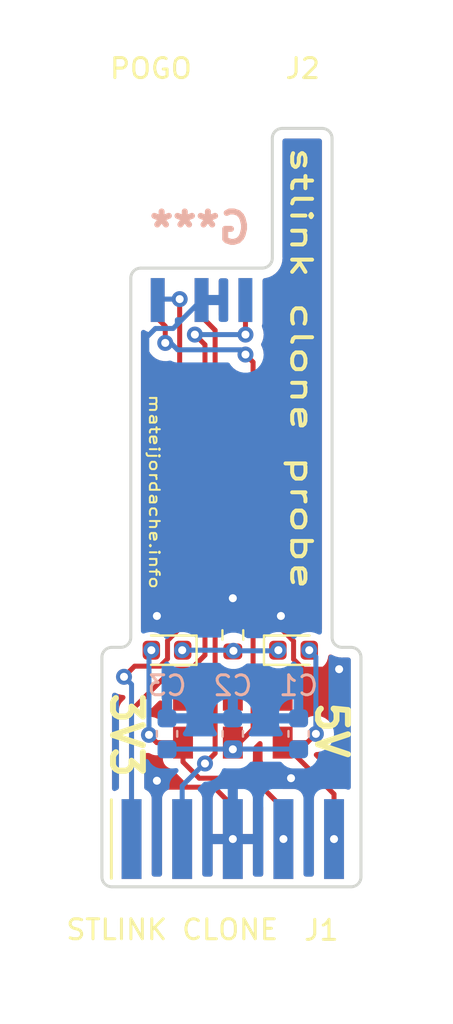
<source format=kicad_pcb>
(kicad_pcb (version 20211014) (generator pcbnew)
  (layers (0 "F.Cu" signal) (31 "B.Cu" signal) (34 "B.Paste" user) (35 "F.Paste" user) (36 "B.SilkS" user "B.Silkscreen") (37 "F.SilkS" user "F.Silkscreen") (38 "B.Mask" user) (39 "F.Mask" user) (44 "Edge.Cuts" user))
  (net 0 "")
  (net 1 "SUPPLYV")
  (net 2 "GND")
  (net 3 "Net-(D1-Pad1)")
  (net 4 "5V")
  (net 5 "3V3")
  (net 6 "NRESET")
  (net 7 "SWO")
  (net 8 "SWDIO")
  (net 9 "SWCLK")
  (net 10 "SWIM")
  (footprint "Diode_SMD:D_0603_1608Metric" (layer "F.Cu") (at 151.003 98.489)
    (fp_text reference "D1" hide)
    (fp_text value "5V" hide)
    (fp_line (start 0.8 -0.735) (end -1.485 -0.735) (layer "F.SilkS") (width 0.12))
    (fp_line (start -1.485 -0.735) (end -1.485 0.735) (layer "F.SilkS") (width 0.12))
    (fp_line (start -1.485 0.735) (end 0.8 0.735) (layer "F.SilkS") (width 0.12))
    (pad "1" smd roundrect (at -0.7875 0) (size 0.875 0.95) (layers "F.Cu" "F.Paste" "F.Mask") (net 3 "Net-(D1-Pad1)"))
    (pad "2" smd roundrect (at 0.7875 0) (size 0.875 0.95) (layers "F.Cu" "F.Paste" "F.Mask") (net 4 "5V"))
  )
  (footprint "matei:SWD_pogo_combined" (layer "F.Cu") (at 146.385 82.045)
    (fp_text reference "J2" (at 5.08 -12.7) (layer "F.SilkS"))
    (fp_text value "POGO" (at -2.54 -12.7) (layer "F.SilkS"))
    (fp_line (start -3.55 15.8) (end -3.55 -2.2) (layer "Edge.Cuts") (width 0.15))
    (fp_line (start 8 16.8) (end 8 27.8) (layer "Edge.Cuts") (width 0.15))
    (fp_line (start -3.05 -2.7) (end 3.05 -2.7) (layer "Edge.Cuts") (width 0.15))
    (fp_line (start 3.55 -3.2) (end 3.55 -9.2) (layer "Edge.Cuts") (width 0.15))
    (fp_line (start 4.05 -9.7) (end 6.05 -9.7) (layer "Edge.Cuts") (width 0.15))
    (fp_line (start 6.55 -9.2) (end 6.55 15.8) (layer "Edge.Cuts") (width 0.15))
    (fp_line (start -4.5 16.3) (end -4.05 16.3) (layer "Edge.Cuts") (width 0.15))
    (fp_line (start 7.5 28.3) (end -4.5 28.3) (layer "Edge.Cuts") (width 0.15))
    (fp_line (start 7.05 16.3) (end 7.5 16.3) (layer "Edge.Cuts") (width 0.15))
    (fp_line (start -5 27.8) (end -5 16.8) (layer "Edge.Cuts") (width 0.15))
    (fp_arc (start 3.55 -3.2) (mid 3.403553 -2.846447) (end 3.05 -2.7) (layer "Edge.Cuts") (width 0.15))
    (fp_arc (start 7.05 16.3) (mid 6.696447 16.153553) (end 6.55 15.8) (layer "Edge.Cuts") (width 0.15))
    (fp_arc (start 7.5 16.3) (mid 7.853553 16.446447) (end 8 16.8) (layer "Edge.Cuts") (width 0.15))
    (fp_arc (start -5 16.8) (mid -4.853553 16.446447) (end -4.5 16.3) (layer "Edge.Cuts") (width 0.15))
    (fp_arc (start 6.05 -9.7) (mid 6.403553 -9.553553) (end 6.55 -9.2) (layer "Edge.Cuts") (width 0.15))
    (fp_arc (start -3.55 15.8) (mid -3.696447 16.153553) (end -4.05 16.3) (layer "Edge.Cuts") (width 0.15))
    (fp_arc (start 8 27.8) (mid 7.853553 28.153553) (end 7.5 28.3) (layer "Edge.Cuts") (width 0.15))
    (fp_arc (start -3.55 -2.2) (mid -3.403553 -2.553553) (end -3.05 -2.7) (layer "Edge.Cuts") (width 0.15))
    (fp_arc (start 3.55 -9.2) (mid 3.696447 -9.553553) (end 4.05 -9.7) (layer "Edge.Cuts") (width 0.15))
    (fp_arc (start -4.5 28.3) (mid -4.853553 28.153553) (end -5 27.8) (layer "Edge.Cuts") (width 0.15))
    (pad "1" smd rect (at -2.2 -1.1) (size 0.7 2.2) (layers "F.Cu" "F.Paste" "F.Mask") (net 1 "SUPPLYV"))
    (pad "2" smd rect (at 0 -1.1) (size 0.7 2.2) (layers "F.Cu" "F.Paste" "F.Mask") (net 8 "SWDIO"))
    (pad "3" smd rect (at 2.2 -1.1) (size 0.7 2.2) (layers "F.Cu" "F.Paste" "F.Mask") (net 6 "NRESET"))
    (pad "4" smd rect (at 2.2 -1.1) (size 0.7 2.2) (layers "B.Cu" "B.Paste" "B.Mask") (net 7 "SWO"))
    (pad "5" smd rect (at 0 -1.1) (size 0.7 2.2) (layers "B.Cu" "B.Paste" "B.Mask") (net 2 "GND"))
    (pad "6" smd rect (at -2.2 -1.1) (size 0.7 2.2) (layers "B.Cu" "B.Paste" "B.Mask") (net 9 "SWCLK"))
  )
  (footprint "Diode_SMD:D_0603_1608Metric" (layer "F.Cu") (at 144.653 98.489 180)
    (fp_text reference "D2" hide)
    (fp_text value "3V3" hide)
    (fp_line (start -1.485 0.735) (end 0.8 0.735) (layer "F.SilkS") (width 0.12))
    (fp_line (start -1.485 -0.735) (end -1.485 0.735) (layer "F.SilkS") (width 0.12))
    (fp_line (start 0.8 -0.735) (end -1.485 -0.735) (layer "F.SilkS") (width 0.12))
    (pad "1" smd roundrect (at -0.7875 0 180) (size 0.875 0.95) (layers "F.Cu" "F.Paste" "F.Mask") (net 3 "Net-(D1-Pad1)"))
    (pad "2" smd roundrect (at 0.7875 0 180) (size 0.875 0.95) (layers "F.Cu" "F.Paste" "F.Mask") (net 5 "3V3"))
  )
  (footprint "matei:JS202011JCQN" (layer "F.Cu") (at 147.455 103.92)
    (fp_text reference "SW1" hide)
    (fp_text value "SW_Push_DPDT" hide)
    (pad "1" smd rect (at -2 -0.8) (size 1 1.6) (layers "F.Cu" "F.Paste" "F.Mask") (net 5 "3V3"))
    (pad "2" smd rect (at 0.5 -0.8) (size 1 1.6) (layers "F.Cu" "F.Paste" "F.Mask") (net 1 "SUPPLYV"))
    (pad "3" smd rect (at 3 -0.8) (size 1 1.6) (layers "F.Cu" "F.Paste" "F.Mask") (net 4 "5V"))
    (pad "4" smd rect (at -2 -3.2) (size 1 1.6) (layers "F.Cu" "F.Paste" "F.Mask"))
    (pad "5" smd rect (at 0.5 -3.2) (size 1 1.6) (layers "F.Cu" "F.Paste" "F.Mask"))
    (pad "6" smd rect (at 3 -3.2) (size 1 1.6) (layers "F.Cu" "F.Paste" "F.Mask"))
  )
  (footprint "matei:02x05_sidemount" (layer "F.Cu") (at 142.373 109.952)
    (fp_text reference "J1" (at 10.027 2.57) (layer "F.SilkS"))
    (fp_text value "STLINK CLONE" (at 2.54 2.54) (layer "F.SilkS"))
    (pad "1" smd rect (at 0.5 -2) (size 1 4) (layers "F.Cu" "F.Paste" "F.Mask") (net 6 "NRESET"))
    (pad "2" smd rect (at 3.04 -2) (size 1 4) (layers "F.Cu" "F.Paste" "F.Mask") (net 10 "SWIM"))
    (pad "3" smd rect (at 5.58 -2) (size 1 4) (layers "F.Cu" "F.Paste" "F.Mask") (net 2 "GND"))
    (pad "4" smd rect (at 8.12 -2) (size 1 4) (layers "F.Cu" "F.Paste" "F.Mask") (net 5 "3V3"))
    (pad "5" smd rect (at 10.66 -2) (size 1 4) (layers "F.Cu" "F.Paste" "F.Mask") (net 4 "5V"))
    (pad "6" smd rect (at 10.66 -2) (size 1 4) (layers "B.Cu" "B.Paste" "B.Mask") (net 4 "5V"))
    (pad "7" smd rect (at 8.12 -2) (size 1 4) (layers "B.Cu" "B.Paste" "B.Mask") (net 5 "3V3"))
    (pad "8" smd rect (at 5.58 -2) (size 1 4) (layers "B.Cu" "B.Paste" "B.Mask") (net 2 "GND"))
    (pad "9" smd rect (at 3.04 -2) (size 1 4) (layers "B.Cu" "B.Paste" "B.Mask") (net 8 "SWDIO"))
    (pad "10" smd rect (at 0.5 -2) (size 1 4) (layers "B.Cu" "B.Paste" "B.Mask") (net 9 "SWCLK"))
  )
  (footprint "Resistor_SMD:R_0603_1608Metric" (layer "F.Cu") (at 147.955 97.727 90)
    (fp_text reference "R1" hide)
    (fp_text value "10k" hide)
    (fp_line (start -0.237258 -0.5225) (end 0.237258 -0.5225) (layer "F.SilkS") (width 0.12))
    (fp_line (start -0.237258 0.5225) (end 0.237258 0.5225) (layer "F.SilkS") (width 0.12))
    (pad "1" smd roundrect (at -0.825 0 90) (size 0.8 0.95) (layers "F.Cu" "F.Paste" "F.Mask") (net 3 "Net-(D1-Pad1)"))
    (pad "2" smd roundrect (at 0.825 0 90) (size 0.8 0.95) (layers "F.Cu" "F.Paste" "F.Mask") (net 2 "GND"))
  )
  (footprint "Capacitor_SMD:C_0603_1608Metric" (layer "B.Cu") (at 147.955 102.68 90)
    (fp_text reference "C2" (at 2.413 0) (layer "B.SilkS") (effects (justify mirror)))
    (fp_text value "1uF" hide)
    (fp_line (start -0.14058 0.51) (end 0.14058 0.51) (layer "B.SilkS") (width 0.12))
    (fp_line (start -0.14058 -0.51) (end 0.14058 -0.51) (layer "B.SilkS") (width 0.12))
    (pad "1" smd roundrect (at -0.775 0 90) (size 0.9 0.95) (layers "B.Cu" "B.Paste" "B.Mask") (net 1 "SUPPLYV"))
    (pad "2" smd roundrect (at 0.775 0 90) (size 0.9 0.95) (layers "B.Cu" "B.Paste" "B.Mask") (net 2 "GND"))
  )
  (footprint "Capacitor_SMD:C_0603_1608Metric" (layer "B.Cu") (at 151.257 102.68 90)
    (fp_text reference "C1" (at 2.413 0) (layer "B.SilkS") (effects (justify mirror)))
    (fp_text value ".1uF" hide)
    (fp_line (start -0.14058 0.51) (end 0.14058 0.51) (layer "B.SilkS") (width 0.12))
    (fp_line (start -0.14058 -0.51) (end 0.14058 -0.51) (layer "B.SilkS") (width 0.12))
    (pad "1" smd roundrect (at -0.775 0 90) (size 0.9 0.95) (layers "B.Cu" "B.Paste" "B.Mask") (net 1 "SUPPLYV"))
    (pad "2" smd roundrect (at 0.775 0 90) (size 0.9 0.95) (layers "B.Cu" "B.Paste" "B.Mask") (net 2 "GND"))
  )
  (footprint "matei:finger-mask" (layer "B.Cu") (at 147.955 85.725 90)
    (fp_text reference "G***" (at 8.382 -1.651 180) (layer "B.SilkS") (effects (font (size 1.524 1.524) (thickness 0.3)) (justify mirror)))
    (fp_text value "LOGO" hide)
  )
  (footprint "Capacitor_SMD:C_0603_1608Metric" (layer "B.Cu") (at 144.653 102.68 90)
    (fp_text reference "C3" (at 2.413 0) (layer "B.SilkS") (effects (justify mirror)))
    (fp_text value "10uF" hide)
    (fp_line (start -0.14058 -0.51) (end 0.14058 -0.51) (layer "B.SilkS") (width 0.12))
    (fp_line (start -0.14058 0.51) (end 0.14058 0.51) (layer "B.SilkS") (width 0.12))
    (pad "1" smd roundrect (at -0.775 0 90) (size 0.9 0.95) (layers "B.Cu" "B.Paste" "B.Mask") (net 1 "SUPPLYV"))
    (pad "2" smd roundrect (at 0.775 0 90) (size 0.9 0.95) (layers "B.Cu" "B.Paste" "B.Mask") (net 2 "GND"))
  )
  (gr_line (start 141.859 105.9815) (end 141.859 109.9185) (layer "F.SilkS") (width 0.15))
  (gr_text "mateijordache.info" (at 144.018 90.551 270) (layer "F.SilkS") (effects (font (size 0.5 0.7) (thickness 0.1))))
  (gr_text "5V" (at 152.908 102.489 270) (layer "F.SilkS") (effects (font (size 1.5 1.5) (thickness 0.3))))
  (gr_text "stlink clone probe" (at 151.384 73.152 270) (layer "F.SilkS") (effects (font (size 1 1.6) (thickness 0.2)) (justify left)))
  (gr_text "3V3" (at 142.621 102.743 270) (layer "F.SilkS") (effects (font (size 1.5 1.5) (thickness 0.3))))
  (segment (start 144.5635 82.2535) (end 144.185 81.875) (width 0.25) (layer "F.Cu") (net 1))
  (segment (start 148.971 84.057503) (end 148.971 102.439) (width 0.25) (layer "F.Cu") (net 1))
  (segment (start 144.185 81.875) (end 144.185 80.945) (width 0.25) (layer "F.Cu") (net 1))
  (segment (start 148.971 102.439) (end 147.955 103.455) (width 0.25) (layer "F.Cu") (net 1))
  (segment (start 148.59 83.676503) (end 148.971 84.057503) (width 0.25) (layer "F.Cu") (net 1))
  (segment (start 147.955 103.12) (end 147.955 103.455) (width 0.25) (layer "F.Cu") (net 1))
  (segment (start 144.5635 83.0945) (end 144.5635 82.2535) (width 0.25) (layer "F.Cu") (net 1))
  (via (at 148.59 83.676503) (size 0.8) (drill 0.4) (layers "F.Cu" "B.Cu") (net 1))
  (via (at 147.955 103.455) (size 0.8) (drill 0.4) (layers "F.Cu" "B.Cu") (net 1))
  (via (at 144.5635 83.0945) (size 0.8) (drill 0.4) (layers "F.Cu" "B.Cu") (net 1))
  (segment (start 145.184396 83.439) (end 144.839896 83.0945) (width 0.25) (layer "B.Cu") (net 1))
  (segment (start 144.666 103.442) (end 144.653 103.455) (width 0.25) (layer "B.Cu") (net 1))
  (segment (start 147.955 103.442) (end 144.666 103.442) (width 0.25) (layer "B.Cu") (net 1))
  (segment (start 148.352497 83.439) (end 145.184396 83.439) (width 0.25) (layer "B.Cu") (net 1))
  (segment (start 144.839896 83.0945) (end 144.5635 83.0945) (width 0.25) (layer "B.Cu") (net 1))
  (segment (start 148.59 83.676503) (end 148.352497 83.439) (width 0.25) (layer "B.Cu") (net 1))
  (segment (start 147.955 103.442) (end 151.244 103.442) (width 0.25) (layer "B.Cu") (net 1))
  (segment (start 151.244 103.442) (end 151.257 103.455) (width 0.25) (layer "B.Cu") (net 1))
  (segment (start 147.953 106.297) (end 147.953 107.952) (width 0.25) (layer "F.Cu") (net 2))
  (segment (start 147.008 105.352) (end 147.953 106.297) (width 0.25) (layer "F.Cu") (net 2))
  (segment (start 150.368 96.774) (end 150.368 97.397521) (width 0.25) (layer "F.Cu") (net 2))
  (segment (start 151.498521 99.441) (end 153.289 99.441) (width 0.25) (layer "F.Cu") (net 2))
  (segment (start 150.368 97.397521) (end 151.003 98.032521) (width 0.25) (layer "F.Cu") (net 2))
  (segment (start 144.145 105.029) (end 144.468 105.352) (width 0.25) (layer "F.Cu") (net 2))
  (segment (start 144.468 105.352) (end 147.008 105.352) (width 0.25) (layer "F.Cu") (net 2))
  (segment (start 151.003 98.945479) (end 151.498521 99.441) (width 0.25) (layer "F.Cu") (net 2))
  (segment (start 151.003 98.032521) (end 151.003 98.945479) (width 0.25) (layer "F.Cu") (net 2))
  (via (at 150.368 96.774) (size 0.8) (drill 0.4) (layers "F.Cu" "B.Cu") (net 2))
  (via (at 150.876 104.902) (size 0.8) (drill 0.4) (layers "F.Cu" "B.Cu") (net 2))
  (via (at 147.955 95.885) (size 0.8) (drill 0.4) (layers "F.Cu" "B.Cu") (net 2))
  (via (at 144.145 105.029) (size 0.8) (drill 0.4) (layers "F.Cu" "B.Cu") (net 2))
  (via (at 144.145 96.774) (size 0.8) (drill 0.4) (layers "F.Cu" "B.Cu") (net 2))
  (via (at 153.289 99.441) (size 0.8) (drill 0.4) (layers "F.Cu" "B.Cu") (net 2))
  (via (at 147.955 107.95) (size 0.8) (drill 0.4) (layers "F.Cu" "B.Cu") (net 2))
  (segment (start 146.385 80.945) (end 144.96 82.37) (width 0.25) (layer "B.Cu") (net 2))
  (segment (start 144.071 82.37) (end 143.637 82.804) (width 0.25) (layer "B.Cu") (net 2))
  (segment (start 144.96 82.37) (end 144.071 82.37) (width 0.25) (layer "B.Cu") (net 2))
  (segment (start 143.637 82.804) (end 143.637 83.82) (width 0.25) (layer "B.Cu") (net 2))
  (segment (start 148.018 98.489) (end 147.9865 98.5205) (width 0.25) (layer "F.Cu") (net 3))
  (segment (start 147.9865 98.5205) (end 147.955 98.552) (width 0.25) (layer "F.Cu") (net 3))
  (segment (start 147.892 98.489) (end 147.955 98.552) (width 0.25) (layer "F.Cu") (net 3))
  (via (at 147.9865 98.5205) (size 0.8) (drill 0.4) (layers "F.Cu" "B.Cu") (net 3))
  (via (at 145.415 98.489) (size 0.8) (drill 0.4) (layers "F.Cu" "B.Cu") (net 3))
  (via (at 150.241 98.489) (size 0.8) (drill 0.4) (layers "F.Cu" "B.Cu") (net 3))
  (segment (start 145.415 98.489) (end 147.955 98.489) (width 0.25) (layer "B.Cu") (net 3))
  (segment (start 150.2095 98.5205) (end 150.241 98.489) (width 0.25) (layer "B.Cu") (net 3))
  (segment (start 147.955 98.489) (end 147.9865 98.5205) (width 0.25) (layer "B.Cu") (net 3))
  (segment (start 147.9865 98.5205) (end 150.2095 98.5205) (width 0.25) (layer "B.Cu") (net 3))
  (segment (start 153.033 107.952) (end 153.033 105.698) (width 0.25) (layer "F.Cu") (net 4))
  (segment (start 153.033 105.698) (end 150.455 103.12) (width 0.25) (layer "F.Cu") (net 4))
  (segment (start 151.684581 103.12) (end 152.12282 102.681761) (width 0.25) (layer "F.Cu") (net 4))
  (segment (start 150.455 103.12) (end 151.684581 103.12) (width 0.25) (layer "F.Cu") (net 4))
  (via (at 152.12282 102.681761) (size 0.8) (drill 0.4) (layers "F.Cu" "B.Cu") (net 4))
  (via (at 151.7905 98.489) (size 0.8) (drill 0.4) (layers "F.Cu" "B.Cu") (net 4))
  (via (at 153.033 107.952) (size 0.8) (drill 0.4) (layers "F.Cu" "B.Cu") (net 4))
  (segment (start 152.12282 98.82132) (end 151.7905 98.489) (width 0.25) (layer "B.Cu") (net 4))
  (segment (start 152.12282 102.681761) (end 152.12282 98.82132) (width 0.25) (layer "B.Cu") (net 4))
  (segment (start 148.971 104.902) (end 146.268195 104.902) (width 0.25) (layer "F.Cu") (net 5))
  (segment (start 150.495 107.95) (end 150.495 106.426) (width 0.25) (layer "F.Cu") (net 5))
  (segment (start 150.495 106.426) (end 148.971 104.902) (width 0.25) (layer "F.Cu") (net 5))
  (segment (start 146.268195 104.902) (end 145.455 104.088805) (width 0.25) (layer "F.Cu") (net 5))
  (segment (start 145.455 104.088805) (end 145.455 103.12) (width 0.25) (layer "F.Cu") (net 5))
  (segment (start 144.137012 103.12) (end 143.747236 102.730224) (width 0.25) (layer "F.Cu") (net 5))
  (segment (start 145.455 103.12) (end 144.137012 103.12) (width 0.25) (layer "F.Cu") (net 5))
  (via (at 150.495 107.95) (size 0.8) (drill 0.4) (layers "F.Cu" "B.Cu") (net 5))
  (via (at 143.8655 98.489) (size 0.8) (drill 0.4) (layers "F.Cu" "B.Cu") (net 5))
  (via (at 143.747236 102.730224) (size 0.8) (drill 0.4) (layers "F.Cu" "B.Cu") (net 5))
  (segment (start 143.747236 102.730224) (end 143.747236 98.607264) (width 0.25) (layer "B.Cu") (net 5))
  (segment (start 143.747236 98.607264) (end 143.8655 98.489) (width 0.25) (layer "B.Cu") (net 5))
  (segment (start 146.558 98.737) (end 145.854 99.441) (width 0.25) (layer "F.Cu") (net 6))
  (segment (start 146.558 83.185) (end 146.558 98.737) (width 0.25) (layer "F.Cu") (net 6))
  (segment (start 146.05 82.677) (end 146.558 83.185) (width 0.25) (layer "F.Cu") (net 6))
  (segment (start 148.59 82.677) (end 148.59 80.95) (width 0.25) (layer "F.Cu") (net 6))
  (segment (start 148.59 80.95) (end 148.585 80.945) (width 0.25) (layer "F.Cu") (net 6))
  (segment (start 144.934 99.441) (end 142.873 101.502) (width 0.25) (layer "F.Cu") (net 6))
  (segment (start 142.873 101.502) (end 142.873 107.952) (width 0.25) (layer "F.Cu") (net 6))
  (segment (start 145.854 99.441) (end 144.934 99.441) (width 0.25) (layer "F.Cu") (net 6))
  (via (at 148.59 82.677) (size 0.8) (drill 0.4) (layers "F.Cu" "B.Cu") (net 6))
  (via (at 146.05 82.677) (size 0.8) (drill 0.4) (layers "F.Cu" "B.Cu") (net 6))
  (segment (start 146.05 82.677) (end 148.59 82.677) (width 0.25) (layer "B.Cu") (net 6))
  (segment (start 148.585 80.945) (end 148.585 81.92) (width 0.25) (layer "B.Cu") (net 7))
  (segment (start 147.066 103.6585) (end 147.066 82.45475) (width 0.25) (layer "F.Cu") (net 8))
  (segment (start 147.066 82.45475) (end 146.385 81.77375) (width 0.25) (layer "F.Cu") (net 8))
  (segment (start 146.385 81.77375) (end 146.385 80.945) (width 0.25) (layer "F.Cu") (net 8))
  (segment (start 146.558 104.1665) (end 147.066 103.6585) (width 0.25) (layer "F.Cu") (net 8))
  (via (at 146.558 104.1665) (size 0.8) (drill 0.4) (layers "F.Cu" "B.Cu") (net 8))
  (segment (start 145.413 105.285) (end 145.413 107.952) (width 0.25) (layer "B.Cu") (net 8))
  (segment (start 146.558 104.1665) (end 146.5315 104.1665) (width 0.25) (layer "B.Cu") (net 8))
  (segment (start 146.5315 104.1665) (end 145.413 105.285) (width 0.25) (layer "B.Cu") (net 8))
  (segment (start 143.027 99.289) (end 142.494 99.822) (width 0.25) (layer "F.Cu") (net 9))
  (segment (start 144.678 98.007521) (end 144.678 98.920479) (width 0.25) (layer "F.Cu") (net 9))
  (segment (start 145.288 97.397521) (end 144.678 98.007521) (width 0.25) (layer "F.Cu") (net 9))
  (segment (start 145.288 80.899) (end 145.288 97.397521) (width 0.25) (layer "F.Cu") (net 9))
  (segment (start 144.678 98.920479) (end 144.309479 99.289) (width 0.25) (layer "F.Cu") (net 9))
  (segment (start 144.309479 99.289) (end 143.027 99.289) (width 0.25) (layer "F.Cu") (net 9))
  (via (at 142.494 99.822) (size 0.8) (drill 0.4) (layers "F.Cu" "B.Cu") (net 9))
  (via (at 145.288 80.899) (size 0.8) (drill 0.4) (layers "F.Cu" "B.Cu") (net 9))
  (segment (start 145.288 80.899) (end 144.231 80.899) (width 0.25) (layer "B.Cu") (net 9))
  (segment (start 144.231 80.899) (end 144.185 80.945) (width 0.25) (layer "B.Cu") (net 9))
  (segment (start 142.873 100.201) (end 142.873 107.952) (width 0.25) (layer "B.Cu") (net 9))
  (segment (start 142.494 99.822) (end 142.873 100.201) (width 0.25) (layer "B.Cu") (net 9))
  (segment (start 145.413 106.428) (end 145.413 107.952) (width 0.25) (layer "F.Cu") (net 10))
  (segment (start 145.7645 106.0765) (end 145.413 106.428) (width 0.25) (layer "F.Cu") (net 10))
  (zone (net 2) (net_name "GND") (layers F&B.Cu) (connect_pads (clearance 0.508)) (min_thickness 0.254) (fill yes (thermal_gap 0.508) (thermal_bridge_width 0.508) (island_removal_mode 1) (island_area_min 0))
    (polygon (pts (xy 159.004 117.221) (xy 136.271 117.221) (xy 136.271 65.913) (xy 159.004 65.913)))
  )
)
</source>
